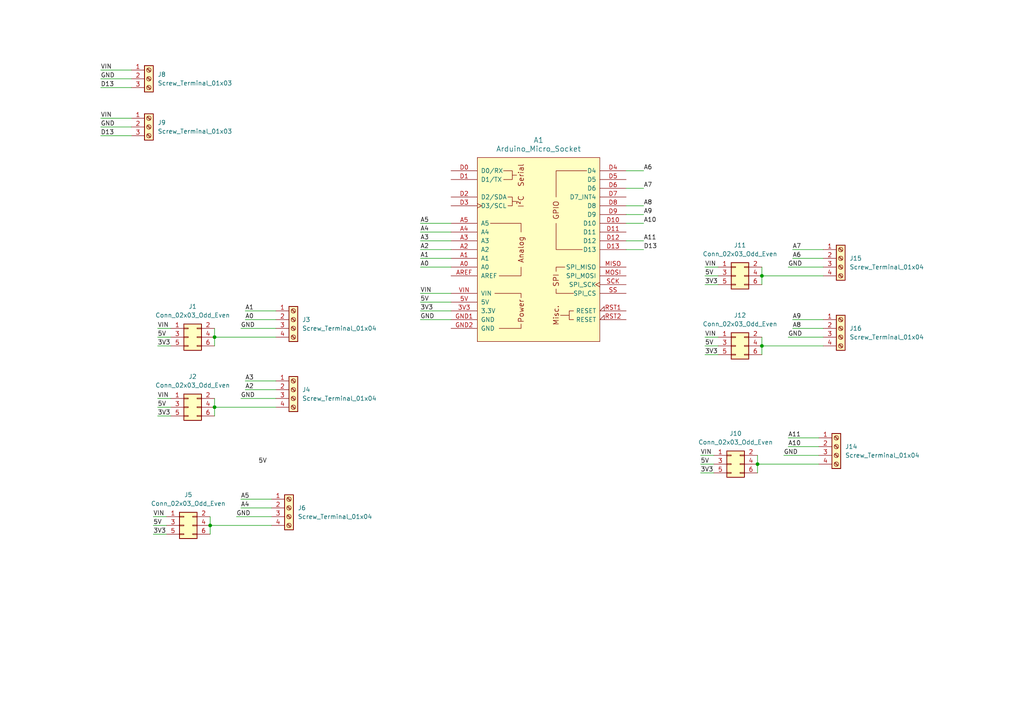
<source format=kicad_sch>
(kicad_sch
	(version 20231120)
	(generator "eeschema")
	(generator_version "8.0")
	(uuid "91dda452-9985-4be5-905c-71f5be143fcf")
	(paper "A4")
	(title_block
		(title "A2SDI12")
		(date "2024-12-21")
		(rev "1")
	)
	(lib_symbols
		(symbol "Connector:Screw_Terminal_01x03"
			(pin_names
				(offset 1.016) hide)
			(exclude_from_sim no)
			(in_bom yes)
			(on_board yes)
			(property "Reference" "J"
				(at 0 5.08 0)
				(effects
					(font
						(size 1.27 1.27)
					)
				)
			)
			(property "Value" "Screw_Terminal_01x03"
				(at 0 -5.08 0)
				(effects
					(font
						(size 1.27 1.27)
					)
				)
			)
			(property "Footprint" ""
				(at 0 0 0)
				(effects
					(font
						(size 1.27 1.27)
					)
					(hide yes)
				)
			)
			(property "Datasheet" "~"
				(at 0 0 0)
				(effects
					(font
						(size 1.27 1.27)
					)
					(hide yes)
				)
			)
			(property "Description" "Generic screw terminal, single row, 01x03, script generated (kicad-library-utils/schlib/autogen/connector/)"
				(at 0 0 0)
				(effects
					(font
						(size 1.27 1.27)
					)
					(hide yes)
				)
			)
			(property "ki_keywords" "screw terminal"
				(at 0 0 0)
				(effects
					(font
						(size 1.27 1.27)
					)
					(hide yes)
				)
			)
			(property "ki_fp_filters" "TerminalBlock*:*"
				(at 0 0 0)
				(effects
					(font
						(size 1.27 1.27)
					)
					(hide yes)
				)
			)
			(symbol "Screw_Terminal_01x03_1_1"
				(rectangle
					(start -1.27 3.81)
					(end 1.27 -3.81)
					(stroke
						(width 0.254)
						(type default)
					)
					(fill
						(type background)
					)
				)
				(circle
					(center 0 -2.54)
					(radius 0.635)
					(stroke
						(width 0.1524)
						(type default)
					)
					(fill
						(type none)
					)
				)
				(polyline
					(pts
						(xy -0.5334 -2.2098) (xy 0.3302 -3.048)
					)
					(stroke
						(width 0.1524)
						(type default)
					)
					(fill
						(type none)
					)
				)
				(polyline
					(pts
						(xy -0.5334 0.3302) (xy 0.3302 -0.508)
					)
					(stroke
						(width 0.1524)
						(type default)
					)
					(fill
						(type none)
					)
				)
				(polyline
					(pts
						(xy -0.5334 2.8702) (xy 0.3302 2.032)
					)
					(stroke
						(width 0.1524)
						(type default)
					)
					(fill
						(type none)
					)
				)
				(polyline
					(pts
						(xy -0.3556 -2.032) (xy 0.508 -2.8702)
					)
					(stroke
						(width 0.1524)
						(type default)
					)
					(fill
						(type none)
					)
				)
				(polyline
					(pts
						(xy -0.3556 0.508) (xy 0.508 -0.3302)
					)
					(stroke
						(width 0.1524)
						(type default)
					)
					(fill
						(type none)
					)
				)
				(polyline
					(pts
						(xy -0.3556 3.048) (xy 0.508 2.2098)
					)
					(stroke
						(width 0.1524)
						(type default)
					)
					(fill
						(type none)
					)
				)
				(circle
					(center 0 0)
					(radius 0.635)
					(stroke
						(width 0.1524)
						(type default)
					)
					(fill
						(type none)
					)
				)
				(circle
					(center 0 2.54)
					(radius 0.635)
					(stroke
						(width 0.1524)
						(type default)
					)
					(fill
						(type none)
					)
				)
				(pin passive line
					(at -5.08 2.54 0)
					(length 3.81)
					(name "Pin_1"
						(effects
							(font
								(size 1.27 1.27)
							)
						)
					)
					(number "1"
						(effects
							(font
								(size 1.27 1.27)
							)
						)
					)
				)
				(pin passive line
					(at -5.08 0 0)
					(length 3.81)
					(name "Pin_2"
						(effects
							(font
								(size 1.27 1.27)
							)
						)
					)
					(number "2"
						(effects
							(font
								(size 1.27 1.27)
							)
						)
					)
				)
				(pin passive line
					(at -5.08 -2.54 0)
					(length 3.81)
					(name "Pin_3"
						(effects
							(font
								(size 1.27 1.27)
							)
						)
					)
					(number "3"
						(effects
							(font
								(size 1.27 1.27)
							)
						)
					)
				)
			)
		)
		(symbol "Connector:Screw_Terminal_01x04"
			(pin_names
				(offset 1.016) hide)
			(exclude_from_sim no)
			(in_bom yes)
			(on_board yes)
			(property "Reference" "J"
				(at 0 5.08 0)
				(effects
					(font
						(size 1.27 1.27)
					)
				)
			)
			(property "Value" "Screw_Terminal_01x04"
				(at 0 -7.62 0)
				(effects
					(font
						(size 1.27 1.27)
					)
				)
			)
			(property "Footprint" ""
				(at 0 0 0)
				(effects
					(font
						(size 1.27 1.27)
					)
					(hide yes)
				)
			)
			(property "Datasheet" "~"
				(at 0 0 0)
				(effects
					(font
						(size 1.27 1.27)
					)
					(hide yes)
				)
			)
			(property "Description" "Generic screw terminal, single row, 01x04, script generated (kicad-library-utils/schlib/autogen/connector/)"
				(at 0 0 0)
				(effects
					(font
						(size 1.27 1.27)
					)
					(hide yes)
				)
			)
			(property "ki_keywords" "screw terminal"
				(at 0 0 0)
				(effects
					(font
						(size 1.27 1.27)
					)
					(hide yes)
				)
			)
			(property "ki_fp_filters" "TerminalBlock*:*"
				(at 0 0 0)
				(effects
					(font
						(size 1.27 1.27)
					)
					(hide yes)
				)
			)
			(symbol "Screw_Terminal_01x04_1_1"
				(rectangle
					(start -1.27 3.81)
					(end 1.27 -6.35)
					(stroke
						(width 0.254)
						(type default)
					)
					(fill
						(type background)
					)
				)
				(circle
					(center 0 -5.08)
					(radius 0.635)
					(stroke
						(width 0.1524)
						(type default)
					)
					(fill
						(type none)
					)
				)
				(circle
					(center 0 -2.54)
					(radius 0.635)
					(stroke
						(width 0.1524)
						(type default)
					)
					(fill
						(type none)
					)
				)
				(polyline
					(pts
						(xy -0.5334 -4.7498) (xy 0.3302 -5.588)
					)
					(stroke
						(width 0.1524)
						(type default)
					)
					(fill
						(type none)
					)
				)
				(polyline
					(pts
						(xy -0.5334 -2.2098) (xy 0.3302 -3.048)
					)
					(stroke
						(width 0.1524)
						(type default)
					)
					(fill
						(type none)
					)
				)
				(polyline
					(pts
						(xy -0.5334 0.3302) (xy 0.3302 -0.508)
					)
					(stroke
						(width 0.1524)
						(type default)
					)
					(fill
						(type none)
					)
				)
				(polyline
					(pts
						(xy -0.5334 2.8702) (xy 0.3302 2.032)
					)
					(stroke
						(width 0.1524)
						(type default)
					)
					(fill
						(type none)
					)
				)
				(polyline
					(pts
						(xy -0.3556 -4.572) (xy 0.508 -5.4102)
					)
					(stroke
						(width 0.1524)
						(type default)
					)
					(fill
						(type none)
					)
				)
				(polyline
					(pts
						(xy -0.3556 -2.032) (xy 0.508 -2.8702)
					)
					(stroke
						(width 0.1524)
						(type default)
					)
					(fill
						(type none)
					)
				)
				(polyline
					(pts
						(xy -0.3556 0.508) (xy 0.508 -0.3302)
					)
					(stroke
						(width 0.1524)
						(type default)
					)
					(fill
						(type none)
					)
				)
				(polyline
					(pts
						(xy -0.3556 3.048) (xy 0.508 2.2098)
					)
					(stroke
						(width 0.1524)
						(type default)
					)
					(fill
						(type none)
					)
				)
				(circle
					(center 0 0)
					(radius 0.635)
					(stroke
						(width 0.1524)
						(type default)
					)
					(fill
						(type none)
					)
				)
				(circle
					(center 0 2.54)
					(radius 0.635)
					(stroke
						(width 0.1524)
						(type default)
					)
					(fill
						(type none)
					)
				)
				(pin passive line
					(at -5.08 2.54 0)
					(length 3.81)
					(name "Pin_1"
						(effects
							(font
								(size 1.27 1.27)
							)
						)
					)
					(number "1"
						(effects
							(font
								(size 1.27 1.27)
							)
						)
					)
				)
				(pin passive line
					(at -5.08 0 0)
					(length 3.81)
					(name "Pin_2"
						(effects
							(font
								(size 1.27 1.27)
							)
						)
					)
					(number "2"
						(effects
							(font
								(size 1.27 1.27)
							)
						)
					)
				)
				(pin passive line
					(at -5.08 -2.54 0)
					(length 3.81)
					(name "Pin_3"
						(effects
							(font
								(size 1.27 1.27)
							)
						)
					)
					(number "3"
						(effects
							(font
								(size 1.27 1.27)
							)
						)
					)
				)
				(pin passive line
					(at -5.08 -5.08 0)
					(length 3.81)
					(name "Pin_4"
						(effects
							(font
								(size 1.27 1.27)
							)
						)
					)
					(number "4"
						(effects
							(font
								(size 1.27 1.27)
							)
						)
					)
				)
			)
		)
		(symbol "Connector_Generic:Conn_02x03_Odd_Even"
			(pin_names
				(offset 1.016) hide)
			(exclude_from_sim no)
			(in_bom yes)
			(on_board yes)
			(property "Reference" "J"
				(at 1.27 5.08 0)
				(effects
					(font
						(size 1.27 1.27)
					)
				)
			)
			(property "Value" "Conn_02x03_Odd_Even"
				(at 1.27 -5.08 0)
				(effects
					(font
						(size 1.27 1.27)
					)
				)
			)
			(property "Footprint" ""
				(at 0 0 0)
				(effects
					(font
						(size 1.27 1.27)
					)
					(hide yes)
				)
			)
			(property "Datasheet" "~"
				(at 0 0 0)
				(effects
					(font
						(size 1.27 1.27)
					)
					(hide yes)
				)
			)
			(property "Description" "Generic connector, double row, 02x03, odd/even pin numbering scheme (row 1 odd numbers, row 2 even numbers), script generated (kicad-library-utils/schlib/autogen/connector/)"
				(at 0 0 0)
				(effects
					(font
						(size 1.27 1.27)
					)
					(hide yes)
				)
			)
			(property "ki_keywords" "connector"
				(at 0 0 0)
				(effects
					(font
						(size 1.27 1.27)
					)
					(hide yes)
				)
			)
			(property "ki_fp_filters" "Connector*:*_2x??_*"
				(at 0 0 0)
				(effects
					(font
						(size 1.27 1.27)
					)
					(hide yes)
				)
			)
			(symbol "Conn_02x03_Odd_Even_1_1"
				(rectangle
					(start -1.27 -2.413)
					(end 0 -2.667)
					(stroke
						(width 0.1524)
						(type default)
					)
					(fill
						(type none)
					)
				)
				(rectangle
					(start -1.27 0.127)
					(end 0 -0.127)
					(stroke
						(width 0.1524)
						(type default)
					)
					(fill
						(type none)
					)
				)
				(rectangle
					(start -1.27 2.667)
					(end 0 2.413)
					(stroke
						(width 0.1524)
						(type default)
					)
					(fill
						(type none)
					)
				)
				(rectangle
					(start -1.27 3.81)
					(end 3.81 -3.81)
					(stroke
						(width 0.254)
						(type default)
					)
					(fill
						(type background)
					)
				)
				(rectangle
					(start 3.81 -2.413)
					(end 2.54 -2.667)
					(stroke
						(width 0.1524)
						(type default)
					)
					(fill
						(type none)
					)
				)
				(rectangle
					(start 3.81 0.127)
					(end 2.54 -0.127)
					(stroke
						(width 0.1524)
						(type default)
					)
					(fill
						(type none)
					)
				)
				(rectangle
					(start 3.81 2.667)
					(end 2.54 2.413)
					(stroke
						(width 0.1524)
						(type default)
					)
					(fill
						(type none)
					)
				)
				(pin passive line
					(at -5.08 2.54 0)
					(length 3.81)
					(name "Pin_1"
						(effects
							(font
								(size 1.27 1.27)
							)
						)
					)
					(number "1"
						(effects
							(font
								(size 1.27 1.27)
							)
						)
					)
				)
				(pin passive line
					(at 7.62 2.54 180)
					(length 3.81)
					(name "Pin_2"
						(effects
							(font
								(size 1.27 1.27)
							)
						)
					)
					(number "2"
						(effects
							(font
								(size 1.27 1.27)
							)
						)
					)
				)
				(pin passive line
					(at -5.08 0 0)
					(length 3.81)
					(name "Pin_3"
						(effects
							(font
								(size 1.27 1.27)
							)
						)
					)
					(number "3"
						(effects
							(font
								(size 1.27 1.27)
							)
						)
					)
				)
				(pin passive line
					(at 7.62 0 180)
					(length 3.81)
					(name "Pin_4"
						(effects
							(font
								(size 1.27 1.27)
							)
						)
					)
					(number "4"
						(effects
							(font
								(size 1.27 1.27)
							)
						)
					)
				)
				(pin passive line
					(at -5.08 -2.54 0)
					(length 3.81)
					(name "Pin_5"
						(effects
							(font
								(size 1.27 1.27)
							)
						)
					)
					(number "5"
						(effects
							(font
								(size 1.27 1.27)
							)
						)
					)
				)
				(pin passive line
					(at 7.62 -2.54 180)
					(length 3.81)
					(name "Pin_6"
						(effects
							(font
								(size 1.27 1.27)
							)
						)
					)
					(number "6"
						(effects
							(font
								(size 1.27 1.27)
							)
						)
					)
				)
			)
		)
		(symbol "PCM_arduino-library:Arduino_Micro_Socket"
			(pin_names
				(offset 1.016)
			)
			(exclude_from_sim no)
			(in_bom yes)
			(on_board yes)
			(property "Reference" "A"
				(at 0 33.02 0)
				(effects
					(font
						(size 1.524 1.524)
					)
				)
			)
			(property "Value" "Arduino_Micro_Socket"
				(at 0 29.21 0)
				(effects
					(font
						(size 1.524 1.524)
					)
				)
			)
			(property "Footprint" "PCM_arduino-library:Arduino_Micro_Socket"
				(at 0 -34.29 0)
				(effects
					(font
						(size 1.524 1.524)
					)
					(hide yes)
				)
			)
			(property "Datasheet" "https://docs.arduino.cc/hardware/micro"
				(at 0 -30.48 0)
				(effects
					(font
						(size 1.524 1.524)
					)
					(hide yes)
				)
			)
			(property "Description" "Socket for Arduino Micro"
				(at 0 0 0)
				(effects
					(font
						(size 1.27 1.27)
					)
					(hide yes)
				)
			)
			(property "ki_keywords" "Arduino MPU Shield"
				(at 0 0 0)
				(effects
					(font
						(size 1.27 1.27)
					)
					(hide yes)
				)
			)
			(property "ki_fp_filters" "Arduino_Micro_Socket"
				(at 0 0 0)
				(effects
					(font
						(size 1.27 1.27)
					)
					(hide yes)
				)
			)
			(symbol "Arduino_Micro_Socket_0_0"
				(rectangle
					(start -17.78 26.67)
					(end 17.78 -26.67)
					(stroke
						(width 0)
						(type default)
					)
					(fill
						(type background)
					)
				)
				(polyline
					(pts
						(xy -7.62 13.97) (xy -6.35 13.97)
					)
					(stroke
						(width 0)
						(type default)
					)
					(fill
						(type none)
					)
				)
				(polyline
					(pts
						(xy -7.62 21.59) (xy -6.35 21.59)
					)
					(stroke
						(width 0)
						(type default)
					)
					(fill
						(type none)
					)
				)
				(polyline
					(pts
						(xy 8.89 -19.05) (xy 6.35 -19.05)
					)
					(stroke
						(width 0)
						(type default)
					)
					(fill
						(type none)
					)
				)
				(polyline
					(pts
						(xy -11.43 -22.86) (xy -5.08 -22.86) (xy -5.08 -21.59)
					)
					(stroke
						(width 0)
						(type default)
					)
					(fill
						(type none)
					)
				)
				(polyline
					(pts
						(xy -5.08 -13.97) (xy -5.08 -12.7) (xy -12.7 -12.7)
					)
					(stroke
						(width 0)
						(type default)
					)
					(fill
						(type none)
					)
				)
				(polyline
					(pts
						(xy -5.08 -5.08) (xy -5.08 -7.62) (xy -11.43 -7.62)
					)
					(stroke
						(width 0)
						(type default)
					)
					(fill
						(type none)
					)
				)
				(polyline
					(pts
						(xy -5.08 5.08) (xy -5.08 7.62) (xy -13.97 7.62)
					)
					(stroke
						(width 0)
						(type default)
					)
					(fill
						(type none)
					)
				)
				(polyline
					(pts
						(xy 5.08 -11.43) (xy 5.08 -12.7) (xy 10.16 -12.7)
					)
					(stroke
						(width 0)
						(type default)
					)
					(fill
						(type none)
					)
				)
				(polyline
					(pts
						(xy 5.08 7.62) (xy 5.08 0) (xy 12.7 0)
					)
					(stroke
						(width 0)
						(type default)
					)
					(fill
						(type none)
					)
				)
				(polyline
					(pts
						(xy 7.62 -5.08) (xy 5.08 -5.08) (xy 5.08 -6.35)
					)
					(stroke
						(width 0)
						(type default)
					)
					(fill
						(type none)
					)
				)
				(polyline
					(pts
						(xy 13.97 22.86) (xy 5.08 22.86) (xy 5.08 15.24)
					)
					(stroke
						(width 0)
						(type default)
					)
					(fill
						(type none)
					)
				)
				(polyline
					(pts
						(xy -10.16 22.86) (xy -7.62 22.86) (xy -7.62 20.32) (xy -10.16 20.32)
					)
					(stroke
						(width 0)
						(type default)
					)
					(fill
						(type none)
					)
				)
				(polyline
					(pts
						(xy -8.89 15.24) (xy -7.62 15.24) (xy -7.62 12.7) (xy -8.89 12.7)
					)
					(stroke
						(width 0)
						(type default)
					)
					(fill
						(type none)
					)
				)
				(text "Analog"
					(at -5.08 0 900)
					(effects
						(font
							(size 1.524 1.524)
						)
					)
				)
				(text "I²C"
					(at -5.08 13.97 900)
					(effects
						(font
							(size 1.524 1.524)
						)
					)
				)
				(text "Misc."
					(at 5.08 -19.05 900)
					(effects
						(font
							(size 1.524 1.524)
						)
					)
				)
				(text "Power"
					(at -5.08 -17.78 900)
					(effects
						(font
							(size 1.524 1.524)
						)
					)
				)
				(text "Serial"
					(at -5.08 21.59 900)
					(effects
						(font
							(size 1.524 1.524)
						)
					)
				)
				(text "SPI"
					(at 5.08 -8.89 900)
					(effects
						(font
							(size 1.524 1.524)
						)
					)
				)
			)
			(symbol "Arduino_Micro_Socket_0_1"
				(polyline
					(pts
						(xy 10.16 -17.78) (xy 8.89 -17.78) (xy 8.89 -20.32) (xy 10.16 -20.32)
					)
					(stroke
						(width 0)
						(type default)
					)
					(fill
						(type none)
					)
				)
			)
			(symbol "Arduino_Micro_Socket_1_0"
				(text "GPIO"
					(at 5.08 11.43 900)
					(effects
						(font
							(size 1.524 1.524)
						)
					)
				)
			)
			(symbol "Arduino_Micro_Socket_1_1"
				(pin power_out line
					(at -25.4 -17.78 0)
					(length 7.62)
					(name "3.3V"
						(effects
							(font
								(size 1.27 1.27)
							)
						)
					)
					(number "3V3"
						(effects
							(font
								(size 1.27 1.27)
							)
						)
					)
				)
				(pin power_in line
					(at -25.4 -15.24 0)
					(length 7.62)
					(name "5V"
						(effects
							(font
								(size 1.27 1.27)
							)
						)
					)
					(number "5V"
						(effects
							(font
								(size 1.27 1.27)
							)
						)
					)
				)
				(pin bidirectional line
					(at -25.4 -5.08 0)
					(length 7.62)
					(name "A0"
						(effects
							(font
								(size 1.27 1.27)
							)
						)
					)
					(number "A0"
						(effects
							(font
								(size 1.27 1.27)
							)
						)
					)
				)
				(pin bidirectional line
					(at -25.4 -2.54 0)
					(length 7.62)
					(name "A1"
						(effects
							(font
								(size 1.27 1.27)
							)
						)
					)
					(number "A1"
						(effects
							(font
								(size 1.27 1.27)
							)
						)
					)
				)
				(pin bidirectional line
					(at -25.4 0 0)
					(length 7.62)
					(name "A2"
						(effects
							(font
								(size 1.27 1.27)
							)
						)
					)
					(number "A2"
						(effects
							(font
								(size 1.27 1.27)
							)
						)
					)
				)
				(pin bidirectional line
					(at -25.4 2.54 0)
					(length 7.62)
					(name "A3"
						(effects
							(font
								(size 1.27 1.27)
							)
						)
					)
					(number "A3"
						(effects
							(font
								(size 1.27 1.27)
							)
						)
					)
				)
				(pin bidirectional line
					(at -25.4 5.08 0)
					(length 7.62)
					(name "A4"
						(effects
							(font
								(size 1.27 1.27)
							)
						)
					)
					(number "A4"
						(effects
							(font
								(size 1.27 1.27)
							)
						)
					)
				)
				(pin bidirectional line
					(at -25.4 7.62 0)
					(length 7.62)
					(name "A5"
						(effects
							(font
								(size 1.27 1.27)
							)
						)
					)
					(number "A5"
						(effects
							(font
								(size 1.27 1.27)
							)
						)
					)
				)
				(pin input line
					(at -25.4 -7.62 0)
					(length 7.62)
					(name "AREF"
						(effects
							(font
								(size 1.27 1.27)
							)
						)
					)
					(number "AREF"
						(effects
							(font
								(size 1.27 1.27)
							)
						)
					)
				)
				(pin bidirectional line
					(at -25.4 22.86 0)
					(length 7.62)
					(name "D0/RX"
						(effects
							(font
								(size 1.27 1.27)
							)
						)
					)
					(number "D0"
						(effects
							(font
								(size 1.27 1.27)
							)
						)
					)
				)
				(pin bidirectional line
					(at -25.4 20.32 0)
					(length 7.62)
					(name "D1/TX"
						(effects
							(font
								(size 1.27 1.27)
							)
						)
					)
					(number "D1"
						(effects
							(font
								(size 1.27 1.27)
							)
						)
					)
				)
				(pin bidirectional line
					(at 25.4 7.62 180)
					(length 7.62)
					(name "D10"
						(effects
							(font
								(size 1.27 1.27)
							)
						)
					)
					(number "D10"
						(effects
							(font
								(size 1.27 1.27)
							)
						)
					)
				)
				(pin bidirectional line
					(at 25.4 5.08 180)
					(length 7.62)
					(name "D11"
						(effects
							(font
								(size 1.27 1.27)
							)
						)
					)
					(number "D11"
						(effects
							(font
								(size 1.27 1.27)
							)
						)
					)
				)
				(pin bidirectional line
					(at 25.4 2.54 180)
					(length 7.62)
					(name "D12"
						(effects
							(font
								(size 1.27 1.27)
							)
						)
					)
					(number "D12"
						(effects
							(font
								(size 1.27 1.27)
							)
						)
					)
				)
				(pin bidirectional line
					(at 25.4 0 180)
					(length 7.62)
					(name "D13"
						(effects
							(font
								(size 1.27 1.27)
							)
						)
					)
					(number "D13"
						(effects
							(font
								(size 1.27 1.27)
							)
						)
					)
				)
				(pin bidirectional line
					(at -25.4 15.24 0)
					(length 7.62)
					(name "D2/SDA"
						(effects
							(font
								(size 1.27 1.27)
							)
						)
					)
					(number "D2"
						(effects
							(font
								(size 1.27 1.27)
							)
						)
					)
				)
				(pin bidirectional clock
					(at -25.4 12.7 0)
					(length 7.62)
					(name "D3/SCL"
						(effects
							(font
								(size 1.27 1.27)
							)
						)
					)
					(number "D3"
						(effects
							(font
								(size 1.27 1.27)
							)
						)
					)
				)
				(pin bidirectional line
					(at 25.4 22.86 180)
					(length 7.62)
					(name "D4"
						(effects
							(font
								(size 1.27 1.27)
							)
						)
					)
					(number "D4"
						(effects
							(font
								(size 1.27 1.27)
							)
						)
					)
				)
				(pin bidirectional line
					(at 25.4 20.32 180)
					(length 7.62)
					(name "D5"
						(effects
							(font
								(size 1.27 1.27)
							)
						)
					)
					(number "D5"
						(effects
							(font
								(size 1.27 1.27)
							)
						)
					)
				)
				(pin bidirectional line
					(at 25.4 17.78 180)
					(length 7.62)
					(name "D6"
						(effects
							(font
								(size 1.27 1.27)
							)
						)
					)
					(number "D6"
						(effects
							(font
								(size 1.27 1.27)
							)
						)
					)
				)
				(pin bidirectional line
					(at 25.4 15.24 180)
					(length 7.62)
					(name "D7_INT4"
						(effects
							(font
								(size 1.27 1.27)
							)
						)
					)
					(number "D7"
						(effects
							(font
								(size 1.27 1.27)
							)
						)
					)
				)
				(pin bidirectional line
					(at 25.4 12.7 180)
					(length 7.62)
					(name "D8"
						(effects
							(font
								(size 1.27 1.27)
							)
						)
					)
					(number "D8"
						(effects
							(font
								(size 1.27 1.27)
							)
						)
					)
				)
				(pin bidirectional line
					(at 25.4 10.16 180)
					(length 7.62)
					(name "D9"
						(effects
							(font
								(size 1.27 1.27)
							)
						)
					)
					(number "D9"
						(effects
							(font
								(size 1.27 1.27)
							)
						)
					)
				)
				(pin power_in line
					(at -25.4 -20.32 0)
					(length 7.62)
					(name "GND"
						(effects
							(font
								(size 1.27 1.27)
							)
						)
					)
					(number "GND1"
						(effects
							(font
								(size 1.27 1.27)
							)
						)
					)
				)
				(pin power_in line
					(at -25.4 -22.86 0)
					(length 7.62)
					(name "GND"
						(effects
							(font
								(size 1.27 1.27)
							)
						)
					)
					(number "GND2"
						(effects
							(font
								(size 1.27 1.27)
							)
						)
					)
				)
				(pin input line
					(at 25.4 -5.08 180)
					(length 7.62)
					(name "SPI_MISO"
						(effects
							(font
								(size 1.27 1.27)
							)
						)
					)
					(number "MISO"
						(effects
							(font
								(size 1.27 1.27)
							)
						)
					)
				)
				(pin output line
					(at 25.4 -7.62 180)
					(length 7.62)
					(name "SPI_MOSI"
						(effects
							(font
								(size 1.27 1.27)
							)
						)
					)
					(number "MOSI"
						(effects
							(font
								(size 1.27 1.27)
							)
						)
					)
				)
				(pin open_collector input_low
					(at 25.4 -17.78 180)
					(length 7.62)
					(name "RESET"
						(effects
							(font
								(size 1.27 1.27)
							)
						)
					)
					(number "RST1"
						(effects
							(font
								(size 1.27 1.27)
							)
						)
					)
				)
				(pin open_collector input_low
					(at 25.4 -20.32 180)
					(length 7.62)
					(name "RESET"
						(effects
							(font
								(size 1.27 1.27)
							)
						)
					)
					(number "RST2"
						(effects
							(font
								(size 1.27 1.27)
							)
						)
					)
				)
				(pin output clock
					(at 25.4 -10.16 180)
					(length 7.62)
					(name "SPI_SCK"
						(effects
							(font
								(size 1.27 1.27)
							)
						)
					)
					(number "SCK"
						(effects
							(font
								(size 1.27 1.27)
							)
						)
					)
				)
				(pin bidirectional line
					(at 25.4 -12.7 180)
					(length 7.62)
					(name "SPI_CS"
						(effects
							(font
								(size 1.27 1.27)
							)
						)
					)
					(number "SS"
						(effects
							(font
								(size 1.27 1.27)
							)
						)
					)
				)
				(pin power_in line
					(at -25.4 -12.7 0)
					(length 7.62)
					(name "VIN"
						(effects
							(font
								(size 1.27 1.27)
							)
						)
					)
					(number "VIN"
						(effects
							(font
								(size 1.27 1.27)
							)
						)
					)
				)
			)
		)
	)
	(junction
		(at 62.23 97.79)
		(diameter 0)
		(color 0 0 0 0)
		(uuid "23bbfb94-9f76-4232-bc5e-f76e8d636d7d")
	)
	(junction
		(at 60.96 152.4)
		(diameter 0)
		(color 0 0 0 0)
		(uuid "30ef55f9-4e13-45cc-9df7-ead5772e9458")
	)
	(junction
		(at 62.23 118.11)
		(diameter 0)
		(color 0 0 0 0)
		(uuid "4d834e8c-00ae-4af8-b7c4-bacb65f51504")
	)
	(junction
		(at 219.71 134.62)
		(diameter 0)
		(color 0 0 0 0)
		(uuid "6b9c7969-f198-4ad6-b725-5331ecdc97e5")
	)
	(junction
		(at 220.98 100.33)
		(diameter 0)
		(color 0 0 0 0)
		(uuid "6d33f2f7-a8a3-4d09-967e-20ac17cde4d6")
	)
	(junction
		(at 220.98 80.01)
		(diameter 0)
		(color 0 0 0 0)
		(uuid "eaff4562-da56-48c8-bb9b-16a1f39a728f")
	)
	(wire
		(pts
			(xy 44.45 154.94) (xy 48.26 154.94)
		)
		(stroke
			(width 0)
			(type default)
		)
		(uuid "080e023d-a2a5-4664-96d9-5e72250b6c2c")
	)
	(wire
		(pts
			(xy 69.85 144.78) (xy 78.74 144.78)
		)
		(stroke
			(width 0)
			(type default)
		)
		(uuid "0c584725-61cd-4d1b-9b29-092e8a311d53")
	)
	(wire
		(pts
			(xy 69.85 95.25) (xy 80.01 95.25)
		)
		(stroke
			(width 0)
			(type default)
		)
		(uuid "10aca49f-4755-405b-b8ac-d8033519da23")
	)
	(wire
		(pts
			(xy 121.92 90.17) (xy 130.81 90.17)
		)
		(stroke
			(width 0)
			(type default)
		)
		(uuid "128c43fb-01ba-469e-be7c-ba0c00fc6fbb")
	)
	(wire
		(pts
			(xy 220.98 97.79) (xy 220.98 100.33)
		)
		(stroke
			(width 0)
			(type default)
		)
		(uuid "171c866c-ac34-49e2-803e-7f3dae253697")
	)
	(wire
		(pts
			(xy 181.61 49.53) (xy 186.69 49.53)
		)
		(stroke
			(width 0)
			(type default)
		)
		(uuid "1846d8ec-5002-407f-9f4c-61042deeb0ad")
	)
	(wire
		(pts
			(xy 71.12 92.71) (xy 80.01 92.71)
		)
		(stroke
			(width 0)
			(type default)
		)
		(uuid "1dc45fb0-5054-40f9-ab38-1ba2182d61ad")
	)
	(wire
		(pts
			(xy 181.61 62.23) (xy 186.69 62.23)
		)
		(stroke
			(width 0)
			(type default)
		)
		(uuid "26cc0ef9-399a-4671-840d-5c2162bd34d9")
	)
	(wire
		(pts
			(xy 45.72 118.11) (xy 49.53 118.11)
		)
		(stroke
			(width 0)
			(type default)
		)
		(uuid "2ec35c8f-c7d7-437c-b4cc-a203b5a20539")
	)
	(wire
		(pts
			(xy 121.92 92.71) (xy 130.81 92.71)
		)
		(stroke
			(width 0)
			(type default)
		)
		(uuid "33979fc5-e8b6-45ef-a14b-2e9c836f0e97")
	)
	(wire
		(pts
			(xy 181.61 54.61) (xy 186.69 54.61)
		)
		(stroke
			(width 0)
			(type default)
		)
		(uuid "341b174c-13f4-4da6-930a-aa20812f1c95")
	)
	(wire
		(pts
			(xy 228.6 97.79) (xy 238.76 97.79)
		)
		(stroke
			(width 0)
			(type default)
		)
		(uuid "37f515d4-fe51-4c4b-a00e-e82923bd124c")
	)
	(wire
		(pts
			(xy 220.98 100.33) (xy 220.98 102.87)
		)
		(stroke
			(width 0)
			(type default)
		)
		(uuid "386c6387-b803-4d8c-8caa-b510d6c3ffff")
	)
	(wire
		(pts
			(xy 227.33 132.08) (xy 237.49 132.08)
		)
		(stroke
			(width 0)
			(type default)
		)
		(uuid "43c97a93-8562-4d4f-a073-a2f4285e5d21")
	)
	(wire
		(pts
			(xy 121.92 72.39) (xy 130.81 72.39)
		)
		(stroke
			(width 0)
			(type default)
		)
		(uuid "43d901af-f0c0-4a81-9247-f0ab68faec73")
	)
	(wire
		(pts
			(xy 219.71 134.62) (xy 237.49 134.62)
		)
		(stroke
			(width 0)
			(type default)
		)
		(uuid "4457b0b3-778d-4057-ba15-ab8b7ed9154d")
	)
	(wire
		(pts
			(xy 45.72 95.25) (xy 49.53 95.25)
		)
		(stroke
			(width 0)
			(type default)
		)
		(uuid "450a9970-fb62-46c9-8551-eb62793e8413")
	)
	(wire
		(pts
			(xy 229.87 95.25) (xy 238.76 95.25)
		)
		(stroke
			(width 0)
			(type default)
		)
		(uuid "4a381c17-8837-4b22-a1d7-00ed4021ab7b")
	)
	(wire
		(pts
			(xy 203.2 132.08) (xy 207.01 132.08)
		)
		(stroke
			(width 0)
			(type default)
		)
		(uuid "4a64b27b-8089-4a8b-922b-2487fe7a369e")
	)
	(wire
		(pts
			(xy 121.92 74.93) (xy 130.81 74.93)
		)
		(stroke
			(width 0)
			(type default)
		)
		(uuid "4adc483a-ceca-41d3-bc7b-a9bf2dfd3b99")
	)
	(wire
		(pts
			(xy 220.98 80.01) (xy 238.76 80.01)
		)
		(stroke
			(width 0)
			(type default)
		)
		(uuid "4faaf475-3380-4f76-96df-6ba518ecee9e")
	)
	(wire
		(pts
			(xy 60.96 149.86) (xy 60.96 152.4)
		)
		(stroke
			(width 0)
			(type default)
		)
		(uuid "505f0e51-0384-4f65-90bc-e490f470978e")
	)
	(wire
		(pts
			(xy 181.61 69.85) (xy 186.69 69.85)
		)
		(stroke
			(width 0)
			(type default)
		)
		(uuid "568af479-1f01-4711-866b-6c9d4a3ac4a7")
	)
	(wire
		(pts
			(xy 29.21 25.4) (xy 38.1 25.4)
		)
		(stroke
			(width 0)
			(type default)
		)
		(uuid "61480beb-a64d-48c6-928c-d35b42c07743")
	)
	(wire
		(pts
			(xy 60.96 152.4) (xy 78.74 152.4)
		)
		(stroke
			(width 0)
			(type default)
		)
		(uuid "65ef9d83-2f7c-452c-b248-2919852cc604")
	)
	(wire
		(pts
			(xy 181.61 59.69) (xy 186.69 59.69)
		)
		(stroke
			(width 0)
			(type default)
		)
		(uuid "6631b468-58e0-4114-9260-26088f141e38")
	)
	(wire
		(pts
			(xy 204.47 97.79) (xy 208.28 97.79)
		)
		(stroke
			(width 0)
			(type default)
		)
		(uuid "6866cfc4-f8db-4e47-b8af-ed36ed7f56fb")
	)
	(wire
		(pts
			(xy 29.21 39.37) (xy 38.1 39.37)
		)
		(stroke
			(width 0)
			(type default)
		)
		(uuid "698875ad-fc7e-4648-b117-bc36f3457f08")
	)
	(wire
		(pts
			(xy 62.23 95.25) (xy 62.23 97.79)
		)
		(stroke
			(width 0)
			(type default)
		)
		(uuid "6ab2588a-806b-4e11-895a-13bd87ad06bd")
	)
	(wire
		(pts
			(xy 204.47 100.33) (xy 208.28 100.33)
		)
		(stroke
			(width 0)
			(type default)
		)
		(uuid "6bc250d2-16f7-4796-81ea-2efff3355ec6")
	)
	(wire
		(pts
			(xy 121.92 87.63) (xy 130.81 87.63)
		)
		(stroke
			(width 0)
			(type default)
		)
		(uuid "6cefc543-a929-4829-99d1-1251997415cc")
	)
	(wire
		(pts
			(xy 121.92 67.31) (xy 130.81 67.31)
		)
		(stroke
			(width 0)
			(type default)
		)
		(uuid "6eca985b-0897-4fa4-9429-4708cca02054")
	)
	(wire
		(pts
			(xy 44.45 149.86) (xy 48.26 149.86)
		)
		(stroke
			(width 0)
			(type default)
		)
		(uuid "7c461702-267d-43a9-b459-a2b6efab16ad")
	)
	(wire
		(pts
			(xy 62.23 118.11) (xy 80.01 118.11)
		)
		(stroke
			(width 0)
			(type default)
		)
		(uuid "7d0da0b0-78d3-4a50-bf2e-b7c3d94f6c0b")
	)
	(wire
		(pts
			(xy 62.23 115.57) (xy 62.23 118.11)
		)
		(stroke
			(width 0)
			(type default)
		)
		(uuid "7e1e6cfb-4250-4758-8a36-271cf9657bad")
	)
	(wire
		(pts
			(xy 229.87 72.39) (xy 238.76 72.39)
		)
		(stroke
			(width 0)
			(type default)
		)
		(uuid "819c0e9e-be16-495d-91b8-50b45f7f014b")
	)
	(wire
		(pts
			(xy 219.71 132.08) (xy 219.71 134.62)
		)
		(stroke
			(width 0)
			(type default)
		)
		(uuid "87b47830-14fd-4492-aa7f-72cdeff9d333")
	)
	(wire
		(pts
			(xy 204.47 102.87) (xy 208.28 102.87)
		)
		(stroke
			(width 0)
			(type default)
		)
		(uuid "89a8be7f-92bc-4892-a116-202ff61984ed")
	)
	(wire
		(pts
			(xy 203.2 134.62) (xy 207.01 134.62)
		)
		(stroke
			(width 0)
			(type default)
		)
		(uuid "89b6cb23-408d-4c73-91b6-c1777e03a8fb")
	)
	(wire
		(pts
			(xy 220.98 80.01) (xy 220.98 82.55)
		)
		(stroke
			(width 0)
			(type default)
		)
		(uuid "8cf8e476-296b-46e6-baa4-0a64099dda95")
	)
	(wire
		(pts
			(xy 229.87 74.93) (xy 238.76 74.93)
		)
		(stroke
			(width 0)
			(type default)
		)
		(uuid "8d9a5701-a933-4842-8afe-29821df3c402")
	)
	(wire
		(pts
			(xy 62.23 97.79) (xy 80.01 97.79)
		)
		(stroke
			(width 0)
			(type default)
		)
		(uuid "8f594ab0-6d2c-4c15-b7a5-70ec49190af2")
	)
	(wire
		(pts
			(xy 228.6 129.54) (xy 237.49 129.54)
		)
		(stroke
			(width 0)
			(type default)
		)
		(uuid "9055bd98-6aa6-404d-9786-1da669772d31")
	)
	(wire
		(pts
			(xy 229.87 92.71) (xy 238.76 92.71)
		)
		(stroke
			(width 0)
			(type default)
		)
		(uuid "91922ee8-bef5-4277-9560-c36c0da15448")
	)
	(wire
		(pts
			(xy 71.12 110.49) (xy 80.01 110.49)
		)
		(stroke
			(width 0)
			(type default)
		)
		(uuid "932fc4da-a0c2-4038-8d76-58581809a752")
	)
	(wire
		(pts
			(xy 121.92 85.09) (xy 130.81 85.09)
		)
		(stroke
			(width 0)
			(type default)
		)
		(uuid "945cbb58-7476-4d45-8b14-da0d3b8b65a6")
	)
	(wire
		(pts
			(xy 68.58 149.86) (xy 78.74 149.86)
		)
		(stroke
			(width 0)
			(type default)
		)
		(uuid "9495f477-a4fc-4405-94ac-c0ad31f82906")
	)
	(wire
		(pts
			(xy 62.23 97.79) (xy 62.23 100.33)
		)
		(stroke
			(width 0)
			(type default)
		)
		(uuid "97416c52-f79d-4c39-b9e6-fa2552889005")
	)
	(wire
		(pts
			(xy 69.85 115.57) (xy 80.01 115.57)
		)
		(stroke
			(width 0)
			(type default)
		)
		(uuid "9a368e89-49ac-4701-9a51-e6f6e7e16be5")
	)
	(wire
		(pts
			(xy 29.21 34.29) (xy 38.1 34.29)
		)
		(stroke
			(width 0)
			(type default)
		)
		(uuid "9aacf6f4-0586-4f6b-b63e-9caa62b28ef4")
	)
	(wire
		(pts
			(xy 121.92 69.85) (xy 130.81 69.85)
		)
		(stroke
			(width 0)
			(type default)
		)
		(uuid "9d222a53-d47d-49b3-bb05-d5e5e0dacfdc")
	)
	(wire
		(pts
			(xy 121.92 77.47) (xy 130.81 77.47)
		)
		(stroke
			(width 0)
			(type default)
		)
		(uuid "9fef503a-5872-4ff1-8116-ad65ccc0b96d")
	)
	(wire
		(pts
			(xy 219.71 134.62) (xy 219.71 137.16)
		)
		(stroke
			(width 0)
			(type default)
		)
		(uuid "a0833976-b9e5-4ef6-a957-fbc84d0107e8")
	)
	(wire
		(pts
			(xy 45.72 120.65) (xy 49.53 120.65)
		)
		(stroke
			(width 0)
			(type default)
		)
		(uuid "a8041688-edd5-43a2-a6b9-b2c13ae752e5")
	)
	(wire
		(pts
			(xy 45.72 97.79) (xy 49.53 97.79)
		)
		(stroke
			(width 0)
			(type default)
		)
		(uuid "ac32bd98-1d3c-4fab-86b0-cdcd5fb95ca0")
	)
	(wire
		(pts
			(xy 71.12 113.03) (xy 80.01 113.03)
		)
		(stroke
			(width 0)
			(type default)
		)
		(uuid "b3392bf2-fd72-47b1-a83a-e4d207ae816d")
	)
	(wire
		(pts
			(xy 69.85 147.32) (xy 78.74 147.32)
		)
		(stroke
			(width 0)
			(type default)
		)
		(uuid "c0446d0d-32b5-43a6-8f95-2775839210a0")
	)
	(wire
		(pts
			(xy 181.61 64.77) (xy 186.69 64.77)
		)
		(stroke
			(width 0)
			(type default)
		)
		(uuid "c83a3901-e1e0-4f40-8ebd-919e4ce021d4")
	)
	(wire
		(pts
			(xy 220.98 100.33) (xy 238.76 100.33)
		)
		(stroke
			(width 0)
			(type default)
		)
		(uuid "cd9b25b2-f8b8-4f1b-a5bd-288ecfbdba4c")
	)
	(wire
		(pts
			(xy 228.6 77.47) (xy 238.76 77.47)
		)
		(stroke
			(width 0)
			(type default)
		)
		(uuid "ce838da8-3ad7-4e34-ac3c-8f05a333e988")
	)
	(wire
		(pts
			(xy 121.92 64.77) (xy 130.81 64.77)
		)
		(stroke
			(width 0)
			(type default)
		)
		(uuid "cf6ef064-174c-4d69-bedc-6df0a380c04e")
	)
	(wire
		(pts
			(xy 45.72 100.33) (xy 49.53 100.33)
		)
		(stroke
			(width 0)
			(type default)
		)
		(uuid "cf8f1c01-2a42-45eb-b227-b2189a98c806")
	)
	(wire
		(pts
			(xy 203.2 137.16) (xy 207.01 137.16)
		)
		(stroke
			(width 0)
			(type default)
		)
		(uuid "d099a033-8b8c-46ef-b482-57c7725bff93")
	)
	(wire
		(pts
			(xy 71.12 90.17) (xy 80.01 90.17)
		)
		(stroke
			(width 0)
			(type default)
		)
		(uuid "d0ba155a-4eb1-43cd-9c81-8ffeb3a6ddd2")
	)
	(wire
		(pts
			(xy 204.47 82.55) (xy 208.28 82.55)
		)
		(stroke
			(width 0)
			(type default)
		)
		(uuid "d1d52175-2d83-4ca6-9311-320b4d6806eb")
	)
	(wire
		(pts
			(xy 29.21 20.32) (xy 38.1 20.32)
		)
		(stroke
			(width 0)
			(type default)
		)
		(uuid "d50d8334-8196-424d-8728-715db6f8ef6b")
	)
	(wire
		(pts
			(xy 204.47 80.01) (xy 208.28 80.01)
		)
		(stroke
			(width 0)
			(type default)
		)
		(uuid "d7475850-b569-4dc3-9d73-8cb87c6e5c0d")
	)
	(wire
		(pts
			(xy 228.6 127) (xy 237.49 127)
		)
		(stroke
			(width 0)
			(type default)
		)
		(uuid "e062caaa-c5ef-48b0-b03d-8a5eec07e8d6")
	)
	(wire
		(pts
			(xy 204.47 77.47) (xy 208.28 77.47)
		)
		(stroke
			(width 0)
			(type default)
		)
		(uuid "e9eeddca-c637-4db7-b3cd-0ce20864bc21")
	)
	(wire
		(pts
			(xy 45.72 115.57) (xy 49.53 115.57)
		)
		(stroke
			(width 0)
			(type default)
		)
		(uuid "ed5e3d91-12f3-4f84-a487-cbc92934869b")
	)
	(wire
		(pts
			(xy 181.61 72.39) (xy 186.69 72.39)
		)
		(stroke
			(width 0)
			(type default)
		)
		(uuid "eda1b18d-c061-438b-bd8b-5dacb9a6af10")
	)
	(wire
		(pts
			(xy 29.21 22.86) (xy 38.1 22.86)
		)
		(stroke
			(width 0)
			(type default)
		)
		(uuid "effd5a31-0937-4e16-a3bd-2db7249d0bdc")
	)
	(wire
		(pts
			(xy 44.45 152.4) (xy 48.26 152.4)
		)
		(stroke
			(width 0)
			(type default)
		)
		(uuid "f6001163-0704-40e2-a5fb-e30a7353d110")
	)
	(wire
		(pts
			(xy 62.23 118.11) (xy 62.23 120.65)
		)
		(stroke
			(width 0)
			(type default)
		)
		(uuid "f72434f6-a008-43c0-b9d4-c6fa69f46780")
	)
	(wire
		(pts
			(xy 29.21 36.83) (xy 38.1 36.83)
		)
		(stroke
			(width 0)
			(type default)
		)
		(uuid "fad982d1-4fb0-4404-a768-ae215a8a9c7c")
	)
	(wire
		(pts
			(xy 60.96 152.4) (xy 60.96 154.94)
		)
		(stroke
			(width 0)
			(type default)
		)
		(uuid "fc4e3563-51d1-4da6-b217-e75baba85f52")
	)
	(wire
		(pts
			(xy 220.98 77.47) (xy 220.98 80.01)
		)
		(stroke
			(width 0)
			(type default)
		)
		(uuid "ffba1abd-fe4e-41ab-b892-51c0d99113d0")
	)
	(label "A10"
		(at 186.69 64.77 0)
		(fields_autoplaced yes)
		(effects
			(font
				(size 1.27 1.27)
			)
			(justify left bottom)
		)
		(uuid "00e15945-1d55-441c-a48b-265767260f30")
	)
	(label "5V"
		(at 44.45 152.4 0)
		(fields_autoplaced yes)
		(effects
			(font
				(size 1.27 1.27)
			)
			(justify left bottom)
		)
		(uuid "08bc79bd-9acf-4c9d-ab96-20fa755a1436")
	)
	(label "3V3"
		(at 121.92 90.17 0)
		(fields_autoplaced yes)
		(effects
			(font
				(size 1.27 1.27)
			)
			(justify left bottom)
		)
		(uuid "0d7d97a8-4d9d-43c2-972e-59a60fceecc7")
	)
	(label "5V"
		(at 45.72 97.79 0)
		(fields_autoplaced yes)
		(effects
			(font
				(size 1.27 1.27)
			)
			(justify left bottom)
		)
		(uuid "0e8e53f6-70cd-4af5-9d38-f214deeefae4")
	)
	(label "A6"
		(at 229.87 74.93 0)
		(fields_autoplaced yes)
		(effects
			(font
				(size 1.27 1.27)
			)
			(justify left bottom)
		)
		(uuid "0e9c205a-ec89-4ada-aaae-14b5d927b356")
	)
	(label "3V3"
		(at 203.2 137.16 0)
		(fields_autoplaced yes)
		(effects
			(font
				(size 1.27 1.27)
			)
			(justify left bottom)
		)
		(uuid "15d11434-7a27-4f45-89fd-9acc58f6f33f")
	)
	(label "A5"
		(at 121.92 64.77 0)
		(fields_autoplaced yes)
		(effects
			(font
				(size 1.27 1.27)
			)
			(justify left bottom)
		)
		(uuid "1d33354e-4541-4edf-821b-76fc0e793d8a")
	)
	(label "A2"
		(at 121.92 72.39 0)
		(fields_autoplaced yes)
		(effects
			(font
				(size 1.27 1.27)
			)
			(justify left bottom)
		)
		(uuid "1dc09201-c2fc-4177-ab94-6fdeaa5d93f9")
	)
	(label "VIN"
		(at 45.72 115.57 0)
		(fields_autoplaced yes)
		(effects
			(font
				(size 1.27 1.27)
			)
			(justify left bottom)
		)
		(uuid "2378aa42-2fcd-44e4-88ad-83295d5e3ca4")
	)
	(label "D13"
		(at 186.69 72.39 0)
		(fields_autoplaced yes)
		(effects
			(font
				(size 1.27 1.27)
			)
			(justify left bottom)
		)
		(uuid "2663b68e-4101-4bef-a183-4e64596d3407")
	)
	(label "VIN"
		(at 121.92 85.09 0)
		(fields_autoplaced yes)
		(effects
			(font
				(size 1.27 1.27)
			)
			(justify left bottom)
		)
		(uuid "457b2b2a-ce4c-4410-a79e-cac4392c0091")
	)
	(label "A0"
		(at 121.92 77.47 0)
		(fields_autoplaced yes)
		(effects
			(font
				(size 1.27 1.27)
			)
			(justify left bottom)
		)
		(uuid "465f331e-1db8-481e-9974-fe0ecb421f3b")
	)
	(label "A7"
		(at 229.87 72.39 0)
		(fields_autoplaced yes)
		(effects
			(font
				(size 1.27 1.27)
			)
			(justify left bottom)
		)
		(uuid "47ba6bcb-0eac-40e1-ab74-6012ea36ac86")
	)
	(label "GND"
		(at 29.21 22.86 0)
		(fields_autoplaced yes)
		(effects
			(font
				(size 1.27 1.27)
			)
			(justify left bottom)
		)
		(uuid "4ce904e3-46c4-4a51-82ff-e038b06b7104")
	)
	(label "GND"
		(at 68.58 149.86 0)
		(fields_autoplaced yes)
		(effects
			(font
				(size 1.27 1.27)
			)
			(justify left bottom)
		)
		(uuid "4d7af49d-f4e7-4de0-95a8-9d30940c16e6")
	)
	(label "VIN"
		(at 203.2 132.08 0)
		(fields_autoplaced yes)
		(effects
			(font
				(size 1.27 1.27)
			)
			(justify left bottom)
		)
		(uuid "506669ff-b47c-4be5-802a-34b83bf65208")
	)
	(label "D13"
		(at 29.21 25.4 0)
		(fields_autoplaced yes)
		(effects
			(font
				(size 1.27 1.27)
			)
			(justify left bottom)
		)
		(uuid "5188b16b-4c2d-43b4-a793-add9cb7a406c")
	)
	(label "A8"
		(at 229.87 95.25 0)
		(fields_autoplaced yes)
		(effects
			(font
				(size 1.27 1.27)
			)
			(justify left bottom)
		)
		(uuid "521ff47e-7195-41c4-ad6a-c1de29a21385")
	)
	(label "VIN"
		(at 45.72 95.25 0)
		(fields_autoplaced yes)
		(effects
			(font
				(size 1.27 1.27)
			)
			(justify left bottom)
		)
		(uuid "5855319d-8dc8-4ef6-ae1a-ab735c555f3d")
	)
	(label "GND"
		(at 69.85 95.25 0)
		(fields_autoplaced yes)
		(effects
			(font
				(size 1.27 1.27)
			)
			(justify left bottom)
		)
		(uuid "5cfc8926-bf30-4cda-aa85-e10367bb9775")
	)
	(label "A10"
		(at 228.6 129.54 0)
		(fields_autoplaced yes)
		(effects
			(font
				(size 1.27 1.27)
			)
			(justify left bottom)
		)
		(uuid "5e2db94b-f56e-4300-9cff-99dc53c8f43e")
	)
	(label "A11"
		(at 228.6 127 0)
		(fields_autoplaced yes)
		(effects
			(font
				(size 1.27 1.27)
			)
			(justify left bottom)
		)
		(uuid "61a077eb-80a4-425c-ad90-e4d52b9a7551")
	)
	(label "GND"
		(at 228.6 97.79 0)
		(fields_autoplaced yes)
		(effects
			(font
				(size 1.27 1.27)
			)
			(justify left bottom)
		)
		(uuid "64cd4d19-2346-4c22-b2a3-e8e0ca265fe6")
	)
	(label "VIN"
		(at 29.21 20.32 0)
		(fields_autoplaced yes)
		(effects
			(font
				(size 1.27 1.27)
			)
			(justify left bottom)
		)
		(uuid "6d37372a-ebd8-400c-a4e8-0e6ec8a8b42e")
	)
	(label "3V3"
		(at 204.47 102.87 0)
		(fields_autoplaced yes)
		(effects
			(font
				(size 1.27 1.27)
			)
			(justify left bottom)
		)
		(uuid "6fb15c5e-80eb-4a8d-801a-9293fdba48cf")
	)
	(label "GND"
		(at 227.33 132.08 0)
		(fields_autoplaced yes)
		(effects
			(font
				(size 1.27 1.27)
			)
			(justify left bottom)
		)
		(uuid "71105d11-012e-455f-839e-31ee8dee043f")
	)
	(label "3V3"
		(at 204.47 82.55 0)
		(fields_autoplaced yes)
		(effects
			(font
				(size 1.27 1.27)
			)
			(justify left bottom)
		)
		(uuid "75ee34b9-713a-4dfc-92d3-275692d265a5")
	)
	(label "A0"
		(at 71.12 92.71 0)
		(fields_autoplaced yes)
		(effects
			(font
				(size 1.27 1.27)
			)
			(justify left bottom)
		)
		(uuid "7baf5697-4f21-43af-893a-f5d34e0f3c02")
	)
	(label "D13"
		(at 29.21 39.37 0)
		(fields_autoplaced yes)
		(effects
			(font
				(size 1.27 1.27)
			)
			(justify left bottom)
		)
		(uuid "80a9ac89-a69c-4bd0-be62-28db3c65df25")
	)
	(label "3V3"
		(at 45.72 120.65 0)
		(fields_autoplaced yes)
		(effects
			(font
				(size 1.27 1.27)
			)
			(justify left bottom)
		)
		(uuid "8480a4da-583f-414d-bddb-11ada7137923")
	)
	(label "5V"
		(at 45.72 118.11 0)
		(fields_autoplaced yes)
		(effects
			(font
				(size 1.27 1.27)
			)
			(justify left bottom)
		)
		(uuid "8b0d9018-c2e1-45d4-a32a-d2a734f6b282")
	)
	(label "A11"
		(at 186.69 69.85 0)
		(fields_autoplaced yes)
		(effects
			(font
				(size 1.27 1.27)
			)
			(justify left bottom)
		)
		(uuid "8c0c07c0-a888-42f3-86e3-65cf68409067")
	)
	(label "VIN"
		(at 204.47 97.79 0)
		(fields_autoplaced yes)
		(effects
			(font
				(size 1.27 1.27)
			)
			(justify left bottom)
		)
		(uuid "8e0113b0-38c2-4b53-ab0a-c37f821b7f8f")
	)
	(label "GND"
		(at 228.6 77.47 0)
		(fields_autoplaced yes)
		(effects
			(font
				(size 1.27 1.27)
			)
			(justify left bottom)
		)
		(uuid "9bd9cce2-fcef-4f83-bdc8-4b3b5e8d01b4")
	)
	(label "GND"
		(at 29.21 36.83 0)
		(fields_autoplaced yes)
		(effects
			(font
				(size 1.27 1.27)
			)
			(justify left bottom)
		)
		(uuid "9d794773-cd7a-418a-80ec-d00d584a3dd3")
	)
	(label "A9"
		(at 229.87 92.71 0)
		(fields_autoplaced yes)
		(effects
			(font
				(size 1.27 1.27)
			)
			(justify left bottom)
		)
		(uuid "a17cc62e-574f-4690-8a5a-5086fe5e101a")
	)
	(label "GND"
		(at 121.92 92.71 0)
		(fields_autoplaced yes)
		(effects
			(font
				(size 1.27 1.27)
			)
			(justify left bottom)
		)
		(uuid "ae320069-5005-4269-8f24-8b93932a1722")
	)
	(label "A4"
		(at 121.92 67.31 0)
		(fields_autoplaced yes)
		(effects
			(font
				(size 1.27 1.27)
			)
			(justify left bottom)
		)
		(uuid "b06788d7-3605-44d2-9db9-b8ee10e09efa")
	)
	(label "VIN"
		(at 44.45 149.86 0)
		(fields_autoplaced yes)
		(effects
			(font
				(size 1.27 1.27)
			)
			(justify left bottom)
		)
		(uuid "b130613f-0bb2-4d0e-a2c4-e14c413cf222")
	)
	(label "A8"
		(at 186.69 59.69 0)
		(fields_autoplaced yes)
		(effects
			(font
				(size 1.27 1.27)
			)
			(justify left bottom)
		)
		(uuid "b30bb467-8a7a-49c4-ae7d-2249a8ae008c")
	)
	(label "5V"
		(at 74.93 134.62 0)
		(fields_autoplaced yes)
		(effects
			(font
				(size 1.27 1.27)
			)
			(justify left bottom)
		)
		(uuid "b96c6af1-b43c-49d6-ad34-2d416020d617")
	)
	(label "VIN"
		(at 204.47 77.47 0)
		(fields_autoplaced yes)
		(effects
			(font
				(size 1.27 1.27)
			)
			(justify left bottom)
		)
		(uuid "ba82a205-2c96-4b92-9198-c9b5e92d5948")
	)
	(label "5V"
		(at 204.47 100.33 0)
		(fields_autoplaced yes)
		(effects
			(font
				(size 1.27 1.27)
			)
			(justify left bottom)
		)
		(uuid "bb694a4d-ae9c-46d8-bfc3-bf2febb749c9")
	)
	(label "A4"
		(at 69.85 147.32 0)
		(fields_autoplaced yes)
		(effects
			(font
				(size 1.27 1.27)
			)
			(justify left bottom)
		)
		(uuid "bbd6f9e5-1cac-4d9b-bb9c-3558f9d3ad57")
	)
	(label "A2"
		(at 71.12 113.03 0)
		(fields_autoplaced yes)
		(effects
			(font
				(size 1.27 1.27)
			)
			(justify left bottom)
		)
		(uuid "c285ecc8-89f5-4426-959b-4d124c7c68ea")
	)
	(label "A1"
		(at 121.92 74.93 0)
		(fields_autoplaced yes)
		(effects
			(font
				(size 1.27 1.27)
			)
			(justify left bottom)
		)
		(uuid "c8559460-0667-46f2-85de-4ed6f03ca6fe")
	)
	(label "5V"
		(at 204.47 80.01 0)
		(fields_autoplaced yes)
		(effects
			(font
				(size 1.27 1.27)
			)
			(justify left bottom)
		)
		(uuid "c8b96736-0aa1-46c1-a14d-09622af896ba")
	)
	(label "5V"
		(at 121.92 87.63 0)
		(fields_autoplaced yes)
		(effects
			(font
				(size 1.27 1.27)
			)
			(justify left bottom)
		)
		(uuid "d0f1b6c8-c8a1-40ef-85f9-470be7061100")
	)
	(label "GND"
		(at 69.85 115.57 0)
		(fields_autoplaced yes)
		(effects
			(font
				(size 1.27 1.27)
			)
			(justify left bottom)
		)
		(uuid "dc52963e-3ae0-473e-8913-61634a86ad04")
	)
	(label "A3"
		(at 121.92 69.85 0)
		(fields_autoplaced yes)
		(effects
			(font
				(size 1.27 1.27)
			)
			(justify left bottom)
		)
		(uuid "dc681053-015a-4c6b-9b93-43da3c269e29")
	)
	(label "3V3"
		(at 45.72 100.33 0)
		(fields_autoplaced yes)
		(effects
			(font
				(size 1.27 1.27)
			)
			(justify left bottom)
		)
		(uuid "e2a73fd4-e290-4eaf-b0bd-ca9996b93988")
	)
	(label "A1"
		(at 71.12 90.17 0)
		(fields_autoplaced yes)
		(effects
			(font
				(size 1.27 1.27)
			)
			(justify left bottom)
		)
		(uuid "e548ac5f-7eef-4b82-a79d-e8021e4e120e")
	)
	(label "A5"
		(at 69.85 144.78 0)
		(fields_autoplaced yes)
		(effects
			(font
				(size 1.27 1.27)
			)
			(justify left bottom)
		)
		(uuid "ea3ef5ae-db64-40d9-9829-3bbdc7a1c1d5")
	)
	(label "A6"
		(at 186.69 49.53 0)
		(fields_autoplaced yes)
		(effects
			(font
				(size 1.27 1.27)
			)
			(justify left bottom)
		)
		(uuid "ef267332-8fa6-4396-bac3-38954ea635e6")
	)
	(label "5V"
		(at 203.2 134.62 0)
		(fields_autoplaced yes)
		(effects
			(font
				(size 1.27 1.27)
			)
			(justify left bottom)
		)
		(uuid "ef49ee3f-a113-4b3c-8542-693d7666793e")
	)
	(label "A3"
		(at 71.12 110.49 0)
		(fields_autoplaced yes)
		(effects
			(font
				(size 1.27 1.27)
			)
			(justify left bottom)
		)
		(uuid "f568f042-2faf-4d6e-91d7-a5a1807678ae")
	)
	(label "3V3"
		(at 44.45 154.94 0)
		(fields_autoplaced yes)
		(effects
			(font
				(size 1.27 1.27)
			)
			(justify left bottom)
		)
		(uuid "f5a2d5d5-94f3-4f05-962e-61c349ce3421")
	)
	(label "A9"
		(at 186.69 62.23 0)
		(fields_autoplaced yes)
		(effects
			(font
				(size 1.27 1.27)
			)
			(justify left bottom)
		)
		(uuid "f6edcb6a-8de5-4649-8d83-354df4028889")
	)
	(label "A7"
		(at 186.69 54.61 0)
		(fields_autoplaced yes)
		(effects
			(font
				(size 1.27 1.27)
			)
			(justify left bottom)
		)
		(uuid "f9caa84a-5435-448e-a2d4-a84b875e8aee")
	)
	(label "VIN"
		(at 29.21 34.29 0)
		(fields_autoplaced yes)
		(effects
			(font
				(size 1.27 1.27)
			)
			(justify left bottom)
		)
		(uuid "fc8c22e8-2cd5-4161-b096-5cfd5b8261c8")
	)
	(symbol
		(lib_id "Connector_Generic:Conn_02x03_Odd_Even")
		(at 213.36 80.01 0)
		(unit 1)
		(exclude_from_sim no)
		(in_bom yes)
		(on_board yes)
		(dnp no)
		(fields_autoplaced yes)
		(uuid "34e39aed-29eb-42a9-b98a-f319bcc70755")
		(property "Reference" "J11"
			(at 214.63 71.12 0)
			(effects
				(font
					(size 1.27 1.27)
				)
			)
		)
		(property "Value" "Conn_02x03_Odd_Even"
			(at 214.63 73.66 0)
			(effects
				(font
					(size 1.27 1.27)
				)
			)
		)
		(property "Footprint" "Connector_PinHeader_2.54mm:PinHeader_2x03_P2.54mm_Vertical"
			(at 213.36 80.01 0)
			(effects
				(font
					(size 1.27 1.27)
				)
				(hide yes)
			)
		)
		(property "Datasheet" "~"
			(at 213.36 80.01 0)
			(effects
				(font
					(size 1.27 1.27)
				)
				(hide yes)
			)
		)
		(property "Description" "Generic connector, double row, 02x03, odd/even pin numbering scheme (row 1 odd numbers, row 2 even numbers), script generated (kicad-library-utils/schlib/autogen/connector/)"
			(at 213.36 80.01 0)
			(effects
				(font
					(size 1.27 1.27)
				)
				(hide yes)
			)
		)
		(pin "3"
			(uuid "af06d0cb-7c7a-4dbe-9bee-9620fd57de41")
		)
		(pin "2"
			(uuid "c8c3f6d4-1829-4bae-bf64-f24ba4dadc41")
		)
		(pin "1"
			(uuid "4106c9af-fcc8-458c-965c-02fd4a42917c")
		)
		(pin "4"
			(uuid "56b1c412-f31f-4be8-98c4-b32af2528274")
		)
		(pin "5"
			(uuid "43e91c5a-df2b-4c1f-a652-fe50f8d5f6b6")
		)
		(pin "6"
			(uuid "5733495b-30b4-42af-bb6a-fbb7610c4a40")
		)
		(instances
			(project "A2SDI12"
				(path "/91dda452-9985-4be5-905c-71f5be143fcf"
					(reference "J11")
					(unit 1)
				)
			)
		)
	)
	(symbol
		(lib_id "Connector_Generic:Conn_02x03_Odd_Even")
		(at 212.09 134.62 0)
		(unit 1)
		(exclude_from_sim no)
		(in_bom yes)
		(on_board yes)
		(dnp no)
		(fields_autoplaced yes)
		(uuid "5abf3720-12bc-44ff-bbd6-721d84aba202")
		(property "Reference" "J10"
			(at 213.36 125.73 0)
			(effects
				(font
					(size 1.27 1.27)
				)
			)
		)
		(property "Value" "Conn_02x03_Odd_Even"
			(at 213.36 128.27 0)
			(effects
				(font
					(size 1.27 1.27)
				)
			)
		)
		(property "Footprint" "Connector_PinHeader_2.54mm:PinHeader_2x03_P2.54mm_Vertical"
			(at 212.09 134.62 0)
			(effects
				(font
					(size 1.27 1.27)
				)
				(hide yes)
			)
		)
		(property "Datasheet" "~"
			(at 212.09 134.62 0)
			(effects
				(font
					(size 1.27 1.27)
				)
				(hide yes)
			)
		)
		(property "Description" "Generic connector, double row, 02x03, odd/even pin numbering scheme (row 1 odd numbers, row 2 even numbers), script generated (kicad-library-utils/schlib/autogen/connector/)"
			(at 212.09 134.62 0)
			(effects
				(font
					(size 1.27 1.27)
				)
				(hide yes)
			)
		)
		(pin "3"
			(uuid "c9d75120-2db3-4317-863b-22bf7bda2148")
		)
		(pin "2"
			(uuid "154ca2bc-0a0d-4214-bd8f-b88920af0cf7")
		)
		(pin "1"
			(uuid "ea142806-8d5a-4e51-8eb6-1a61d0770509")
		)
		(pin "4"
			(uuid "725f07f1-bd4a-4fb0-a4f4-c1c452bcd8c1")
		)
		(pin "5"
			(uuid "a118d17d-8275-48f2-991d-0f8623334c3a")
		)
		(pin "6"
			(uuid "15d4767e-5f97-4a28-8257-3698eb8c4526")
		)
		(instances
			(project "A2SDI12"
				(path "/91dda452-9985-4be5-905c-71f5be143fcf"
					(reference "J10")
					(unit 1)
				)
			)
		)
	)
	(symbol
		(lib_id "Connector:Screw_Terminal_01x04")
		(at 85.09 113.03 0)
		(unit 1)
		(exclude_from_sim no)
		(in_bom yes)
		(on_board yes)
		(dnp no)
		(fields_autoplaced yes)
		(uuid "637f5032-f42d-4d1d-809a-994f406e7bff")
		(property "Reference" "J4"
			(at 87.63 113.0299 0)
			(effects
				(font
					(size 1.27 1.27)
				)
				(justify left)
			)
		)
		(property "Value" "Screw_Terminal_01x04"
			(at 87.63 115.5699 0)
			(effects
				(font
					(size 1.27 1.27)
				)
				(justify left)
			)
		)
		(property "Footprint" "TerminalBlock_Phoenix:TerminalBlock_Phoenix_MKDS-1,5-4-5.08_1x04_P5.08mm_Horizontal"
			(at 85.09 113.03 0)
			(effects
				(font
					(size 1.27 1.27)
				)
				(hide yes)
			)
		)
		(property "Datasheet" "~"
			(at 85.09 113.03 0)
			(effects
				(font
					(size 1.27 1.27)
				)
				(hide yes)
			)
		)
		(property "Description" "Generic screw terminal, single row, 01x04, script generated (kicad-library-utils/schlib/autogen/connector/)"
			(at 85.09 113.03 0)
			(effects
				(font
					(size 1.27 1.27)
				)
				(hide yes)
			)
		)
		(pin "3"
			(uuid "25168415-f1c0-443b-b5c7-5fbf84aab7b4")
		)
		(pin "4"
			(uuid "217139ec-9343-467d-afda-d03dd9421c21")
		)
		(pin "2"
			(uuid "886495fe-858c-4087-9451-ee14ac32f328")
		)
		(pin "1"
			(uuid "d95d6339-ee02-4d03-a1b5-bb22ef3fcc02")
		)
		(instances
			(project "A2SDI12"
				(path "/91dda452-9985-4be5-905c-71f5be143fcf"
					(reference "J4")
					(unit 1)
				)
			)
		)
	)
	(symbol
		(lib_id "Connector:Screw_Terminal_01x04")
		(at 83.82 147.32 0)
		(unit 1)
		(exclude_from_sim no)
		(in_bom yes)
		(on_board yes)
		(dnp no)
		(fields_autoplaced yes)
		(uuid "64d65d26-03e2-45f3-a5bc-feadd02dd673")
		(property "Reference" "J6"
			(at 86.36 147.3199 0)
			(effects
				(font
					(size 1.27 1.27)
				)
				(justify left)
			)
		)
		(property "Value" "Screw_Terminal_01x04"
			(at 86.36 149.8599 0)
			(effects
				(font
					(size 1.27 1.27)
				)
				(justify left)
			)
		)
		(property "Footprint" "TerminalBlock_Phoenix:TerminalBlock_Phoenix_MKDS-1,5-4-5.08_1x04_P5.08mm_Horizontal"
			(at 83.82 147.32 0)
			(effects
				(font
					(size 1.27 1.27)
				)
				(hide yes)
			)
		)
		(property "Datasheet" "~"
			(at 83.82 147.32 0)
			(effects
				(font
					(size 1.27 1.27)
				)
				(hide yes)
			)
		)
		(property "Description" "Generic screw terminal, single row, 01x04, script generated (kicad-library-utils/schlib/autogen/connector/)"
			(at 83.82 147.32 0)
			(effects
				(font
					(size 1.27 1.27)
				)
				(hide yes)
			)
		)
		(pin "3"
			(uuid "a162fcbe-abaf-44b8-a716-41faa32f0d21")
		)
		(pin "4"
			(uuid "77925ae6-1234-4434-8f8e-01928b6b0c02")
		)
		(pin "2"
			(uuid "cf67f0e1-61cf-459a-95f6-fd40b64f60e9")
		)
		(pin "1"
			(uuid "7694c5d1-ca5c-45a2-a4fc-2ea3d34925dc")
		)
		(instances
			(project "A2SDI12"
				(path "/91dda452-9985-4be5-905c-71f5be143fcf"
					(reference "J6")
					(unit 1)
				)
			)
		)
	)
	(symbol
		(lib_id "Connector:Screw_Terminal_01x04")
		(at 243.84 74.93 0)
		(unit 1)
		(exclude_from_sim no)
		(in_bom yes)
		(on_board yes)
		(dnp no)
		(fields_autoplaced yes)
		(uuid "6784345e-c605-469b-8b65-23982c027dd2")
		(property "Reference" "J15"
			(at 246.38 74.9299 0)
			(effects
				(font
					(size 1.27 1.27)
				)
				(justify left)
			)
		)
		(property "Value" "Screw_Terminal_01x04"
			(at 246.38 77.4699 0)
			(effects
				(font
					(size 1.27 1.27)
				)
				(justify left)
			)
		)
		(property "Footprint" "TerminalBlock_Phoenix:TerminalBlock_Phoenix_MKDS-1,5-4-5.08_1x04_P5.08mm_Horizontal"
			(at 243.84 74.93 0)
			(effects
				(font
					(size 1.27 1.27)
				)
				(hide yes)
			)
		)
		(property "Datasheet" "~"
			(at 243.84 74.93 0)
			(effects
				(font
					(size 1.27 1.27)
				)
				(hide yes)
			)
		)
		(property "Description" "Generic screw terminal, single row, 01x04, script generated (kicad-library-utils/schlib/autogen/connector/)"
			(at 243.84 74.93 0)
			(effects
				(font
					(size 1.27 1.27)
				)
				(hide yes)
			)
		)
		(pin "3"
			(uuid "88d6dcd0-ce4f-4f08-ab79-54bbcb2d0bdf")
		)
		(pin "4"
			(uuid "d954d5a6-3ef3-45bb-a603-8b1d3e294a65")
		)
		(pin "2"
			(uuid "fcaa5e27-dd1f-4906-b92e-8d0e238c9254")
		)
		(pin "1"
			(uuid "171b73f2-59e3-4c33-9027-481db369784e")
		)
		(instances
			(project "A2SDI12"
				(path "/91dda452-9985-4be5-905c-71f5be143fcf"
					(reference "J15")
					(unit 1)
				)
			)
		)
	)
	(symbol
		(lib_id "PCM_arduino-library:Arduino_Micro_Socket")
		(at 156.21 72.39 0)
		(unit 1)
		(exclude_from_sim no)
		(in_bom yes)
		(on_board yes)
		(dnp no)
		(fields_autoplaced yes)
		(uuid "6980dc4e-ceb0-4157-b7ab-37670c43ad21")
		(property "Reference" "A1"
			(at 156.21 40.64 0)
			(effects
				(font
					(size 1.524 1.524)
				)
			)
		)
		(property "Value" "Arduino_Micro_Socket"
			(at 156.21 43.18 0)
			(effects
				(font
					(size 1.524 1.524)
				)
			)
		)
		(property "Footprint" "PCM_arduino-library:Arduino_Micro_Socket"
			(at 156.21 106.68 0)
			(effects
				(font
					(size 1.524 1.524)
				)
				(hide yes)
			)
		)
		(property "Datasheet" "https://docs.arduino.cc/hardware/micro"
			(at 156.21 102.87 0)
			(effects
				(font
					(size 1.524 1.524)
				)
				(hide yes)
			)
		)
		(property "Description" "Socket for Arduino Micro"
			(at 156.21 72.39 0)
			(effects
				(font
					(size 1.27 1.27)
				)
				(hide yes)
			)
		)
		(pin "5V"
			(uuid "2d857788-eebc-4870-8741-54514b6a6280")
		)
		(pin "A5"
			(uuid "d5d72dc8-c144-4144-b5c5-348872c434db")
		)
		(pin "MISO"
			(uuid "b9d09819-6a2c-410e-9aca-42400bcd6454")
		)
		(pin "SS"
			(uuid "92624579-2440-459f-a59e-a9a0b1e3f71d")
		)
		(pin "D13"
			(uuid "8ec2d88e-7fd9-4a22-b46b-029db9a162c0")
		)
		(pin "D12"
			(uuid "d35b538f-87bd-4582-83d7-8e4096cb1fae")
		)
		(pin "A1"
			(uuid "723ed489-988c-440a-b8be-c08391d5bdfd")
		)
		(pin "D8"
			(uuid "7ccf6061-9987-4475-b571-3b4d03bb828b")
		)
		(pin "D2"
			(uuid "6a1f25aa-1d21-4e11-9917-477789624da7")
		)
		(pin "MOSI"
			(uuid "0b388420-0499-4034-90d2-822e7da1a497")
		)
		(pin "3V3"
			(uuid "93c9a709-f904-40b9-b616-64ed378310b7")
		)
		(pin "D6"
			(uuid "11d56937-ea7d-4ef7-ae7f-4fedbeb17b6f")
		)
		(pin "A4"
			(uuid "2f3c2175-5678-4e96-a92e-d2e8cccc1fa0")
		)
		(pin "D1"
			(uuid "41a74483-63dc-4eee-87ab-9e6609bc2e15")
		)
		(pin "D0"
			(uuid "34a8be03-a0ef-423e-8520-17977c835c6a")
		)
		(pin "RST1"
			(uuid "bb114596-b949-46c6-9c6e-64b5bfadeda9")
		)
		(pin "D7"
			(uuid "c811f02e-94b8-4f30-b297-14e626ee3602")
		)
		(pin "GND2"
			(uuid "f07ed521-8c89-4161-9d78-055d0f76c24c")
		)
		(pin "A0"
			(uuid "07e3bd2c-4508-4821-9994-12c75d319ef5")
		)
		(pin "GND1"
			(uuid "1f67b653-74bd-4e95-992d-b8d7b28b5603")
		)
		(pin "SCK"
			(uuid "4d07f39d-f47b-448b-b58e-1880feaf6fde")
		)
		(pin "A2"
			(uuid "f4052bbf-5b1b-4647-b6f9-7f2bdf8fb671")
		)
		(pin "VIN"
			(uuid "dd3a6fbe-38f5-4f7b-a686-00c3dfa87a97")
		)
		(pin "AREF"
			(uuid "95975148-7c64-45bd-8506-fbab7eb78f9b")
		)
		(pin "A3"
			(uuid "6f9f328f-75c9-46a9-989e-d6b9709db7f6")
		)
		(pin "RST2"
			(uuid "14aa9314-43dd-49ce-824a-99ad11cadd2b")
		)
		(pin "D10"
			(uuid "fed083ed-c007-4824-9f5a-c982fda6bf40")
		)
		(pin "D5"
			(uuid "ca84563c-962f-4fee-9ab3-3d6b2258e967")
		)
		(pin "D11"
			(uuid "5da17ac5-2509-436b-a49a-beb3fb1fbd0d")
		)
		(pin "D9"
			(uuid "93194215-5fa0-49e6-8222-483953606123")
		)
		(pin "D3"
			(uuid "b2a98545-d3e6-44e4-896d-0a02f2fe64fd")
		)
		(pin "D4"
			(uuid "7958e2ca-4a41-48e0-beda-dd85e96d7033")
		)
		(instances
			(project ""
				(path "/91dda452-9985-4be5-905c-71f5be143fcf"
					(reference "A1")
					(unit 1)
				)
			)
		)
	)
	(symbol
		(lib_id "Connector:Screw_Terminal_01x04")
		(at 242.57 129.54 0)
		(unit 1)
		(exclude_from_sim no)
		(in_bom yes)
		(on_board yes)
		(dnp no)
		(fields_autoplaced yes)
		(uuid "7f5b28a5-737a-404c-b157-5805244575ba")
		(property "Reference" "J14"
			(at 245.11 129.5399 0)
			(effects
				(font
					(size 1.27 1.27)
				)
				(justify left)
			)
		)
		(property "Value" "Screw_Terminal_01x04"
			(at 245.11 132.0799 0)
			(effects
				(font
					(size 1.27 1.27)
				)
				(justify left)
			)
		)
		(property "Footprint" "TerminalBlock_Phoenix:TerminalBlock_Phoenix_MKDS-1,5-4-5.08_1x04_P5.08mm_Horizontal"
			(at 242.57 129.54 0)
			(effects
				(font
					(size 1.27 1.27)
				)
				(hide yes)
			)
		)
		(property "Datasheet" "~"
			(at 242.57 129.54 0)
			(effects
				(font
					(size 1.27 1.27)
				)
				(hide yes)
			)
		)
		(property "Description" "Generic screw terminal, single row, 01x04, script generated (kicad-library-utils/schlib/autogen/connector/)"
			(at 242.57 129.54 0)
			(effects
				(font
					(size 1.27 1.27)
				)
				(hide yes)
			)
		)
		(pin "3"
			(uuid "fc8f866a-80e8-4692-b152-3f655f52763a")
		)
		(pin "4"
			(uuid "4fe64841-c37f-4b89-9bfc-252050b64f13")
		)
		(pin "2"
			(uuid "1e4f36ee-1ab2-4a5b-8d06-41f105e97f11")
		)
		(pin "1"
			(uuid "0cfdd096-a2c1-421b-af71-303e39ee3ec5")
		)
		(instances
			(project "A2SDI12"
				(path "/91dda452-9985-4be5-905c-71f5be143fcf"
					(reference "J14")
					(unit 1)
				)
			)
		)
	)
	(symbol
		(lib_id "Connector_Generic:Conn_02x03_Odd_Even")
		(at 213.36 100.33 0)
		(unit 1)
		(exclude_from_sim no)
		(in_bom yes)
		(on_board yes)
		(dnp no)
		(fields_autoplaced yes)
		(uuid "85082954-192c-45a8-9452-4ab6be7ad23f")
		(property "Reference" "J12"
			(at 214.63 91.44 0)
			(effects
				(font
					(size 1.27 1.27)
				)
			)
		)
		(property "Value" "Conn_02x03_Odd_Even"
			(at 214.63 93.98 0)
			(effects
				(font
					(size 1.27 1.27)
				)
			)
		)
		(property "Footprint" "Connector_PinHeader_2.54mm:PinHeader_2x03_P2.54mm_Vertical"
			(at 213.36 100.33 0)
			(effects
				(font
					(size 1.27 1.27)
				)
				(hide yes)
			)
		)
		(property "Datasheet" "~"
			(at 213.36 100.33 0)
			(effects
				(font
					(size 1.27 1.27)
				)
				(hide yes)
			)
		)
		(property "Description" "Generic connector, double row, 02x03, odd/even pin numbering scheme (row 1 odd numbers, row 2 even numbers), script generated (kicad-library-utils/schlib/autogen/connector/)"
			(at 213.36 100.33 0)
			(effects
				(font
					(size 1.27 1.27)
				)
				(hide yes)
			)
		)
		(pin "3"
			(uuid "ec970950-e7d7-4939-b498-540fc3cd4f21")
		)
		(pin "2"
			(uuid "44965679-31d6-4d12-8d9d-9bab29798b8d")
		)
		(pin "1"
			(uuid "f8794403-0234-4784-869a-17efc4d196be")
		)
		(pin "4"
			(uuid "96c0f733-409b-4e13-81ec-cb5b1c4ee06c")
		)
		(pin "5"
			(uuid "53135020-1ef6-491a-8986-f960c0495729")
		)
		(pin "6"
			(uuid "61d9d847-6c10-4256-b23f-b31c21700969")
		)
		(instances
			(project "A2SDI12"
				(path "/91dda452-9985-4be5-905c-71f5be143fcf"
					(reference "J12")
					(unit 1)
				)
			)
		)
	)
	(symbol
		(lib_id "Connector:Screw_Terminal_01x03")
		(at 43.18 22.86 0)
		(unit 1)
		(exclude_from_sim no)
		(in_bom yes)
		(on_board yes)
		(dnp no)
		(fields_autoplaced yes)
		(uuid "a7ce1a71-cea1-4c04-9a66-461d99b24759")
		(property "Reference" "J8"
			(at 45.72 21.5899 0)
			(effects
				(font
					(size 1.27 1.27)
				)
				(justify left)
			)
		)
		(property "Value" "Screw_Terminal_01x03"
			(at 45.72 24.1299 0)
			(effects
				(font
					(size 1.27 1.27)
				)
				(justify left)
			)
		)
		(property "Footprint" "TerminalBlock_Phoenix:TerminalBlock_Phoenix_MKDS-1,5-3-5.08_1x03_P5.08mm_Horizontal"
			(at 43.18 22.86 0)
			(effects
				(font
					(size 1.27 1.27)
				)
				(hide yes)
			)
		)
		(property "Datasheet" "~"
			(at 43.18 22.86 0)
			(effects
				(font
					(size 1.27 1.27)
				)
				(hide yes)
			)
		)
		(property "Description" "Generic screw terminal, single row, 01x03, script generated (kicad-library-utils/schlib/autogen/connector/)"
			(at 43.18 22.86 0)
			(effects
				(font
					(size 1.27 1.27)
				)
				(hide yes)
			)
		)
		(pin "3"
			(uuid "2d6fff92-6e00-4565-aec7-a1c9e4d1f9e9")
		)
		(pin "2"
			(uuid "f76674b5-6349-4378-8b69-cd5ee90e2d29")
		)
		(pin "1"
			(uuid "07c65b1e-1da0-4266-9168-eb5af709d559")
		)
		(instances
			(project ""
				(path "/91dda452-9985-4be5-905c-71f5be143fcf"
					(reference "J8")
					(unit 1)
				)
			)
		)
	)
	(symbol
		(lib_id "Connector_Generic:Conn_02x03_Odd_Even")
		(at 54.61 97.79 0)
		(unit 1)
		(exclude_from_sim no)
		(in_bom yes)
		(on_board yes)
		(dnp no)
		(fields_autoplaced yes)
		(uuid "ba49ff99-a5ec-494d-a3eb-a48b96bc499e")
		(property "Reference" "J1"
			(at 55.88 88.9 0)
			(effects
				(font
					(size 1.27 1.27)
				)
			)
		)
		(property "Value" "Conn_02x03_Odd_Even"
			(at 55.88 91.44 0)
			(effects
				(font
					(size 1.27 1.27)
				)
			)
		)
		(property "Footprint" "Connector_PinHeader_2.54mm:PinHeader_2x03_P2.54mm_Vertical"
			(at 54.61 97.79 0)
			(effects
				(font
					(size 1.27 1.27)
				)
				(hide yes)
			)
		)
		(property "Datasheet" "~"
			(at 54.61 97.79 0)
			(effects
				(font
					(size 1.27 1.27)
				)
				(hide yes)
			)
		)
		(property "Description" "Generic connector, double row, 02x03, odd/even pin numbering scheme (row 1 odd numbers, row 2 even numbers), script generated (kicad-library-utils/schlib/autogen/connector/)"
			(at 54.61 97.79 0)
			(effects
				(font
					(size 1.27 1.27)
				)
				(hide yes)
			)
		)
		(pin "3"
			(uuid "9358c1c3-9a79-4ad6-ba61-d31b91226b39")
		)
		(pin "2"
			(uuid "62bf45ed-8e2d-453f-93e2-7b72d1e4a49a")
		)
		(pin "1"
			(uuid "2280d1c6-c8be-4493-8f00-a69f74cef8f4")
		)
		(pin "4"
			(uuid "29e9b58e-3a96-44c1-b21c-4cdc6ba4ef04")
		)
		(pin "5"
			(uuid "2b64b167-6068-47d5-a235-65521192bf60")
		)
		(pin "6"
			(uuid "342a9319-0380-4716-8f6e-9622c738b9f1")
		)
		(instances
			(project ""
				(path "/91dda452-9985-4be5-905c-71f5be143fcf"
					(reference "J1")
					(unit 1)
				)
			)
		)
	)
	(symbol
		(lib_id "Connector:Screw_Terminal_01x04")
		(at 85.09 92.71 0)
		(unit 1)
		(exclude_from_sim no)
		(in_bom yes)
		(on_board yes)
		(dnp no)
		(fields_autoplaced yes)
		(uuid "dfa08572-1da0-4f1f-9dc0-0fc66a2159f8")
		(property "Reference" "J3"
			(at 87.63 92.7099 0)
			(effects
				(font
					(size 1.27 1.27)
				)
				(justify left)
			)
		)
		(property "Value" "Screw_Terminal_01x04"
			(at 87.63 95.2499 0)
			(effects
				(font
					(size 1.27 1.27)
				)
				(justify left)
			)
		)
		(property "Footprint" "TerminalBlock_Phoenix:TerminalBlock_Phoenix_MKDS-1,5-4-5.08_1x04_P5.08mm_Horizontal"
			(at 85.09 92.71 0)
			(effects
				(font
					(size 1.27 1.27)
				)
				(hide yes)
			)
		)
		(property "Datasheet" "~"
			(at 85.09 92.71 0)
			(effects
				(font
					(size 1.27 1.27)
				)
				(hide yes)
			)
		)
		(property "Description" "Generic screw terminal, single row, 01x04, script generated (kicad-library-utils/schlib/autogen/connector/)"
			(at 85.09 92.71 0)
			(effects
				(font
					(size 1.27 1.27)
				)
				(hide yes)
			)
		)
		(pin "3"
			(uuid "2ed17766-f268-4203-9438-2756b3da8ec7")
		)
		(pin "4"
			(uuid "3790cb9a-f465-4ab4-8cdf-09d7f83da280")
		)
		(pin "2"
			(uuid "4aeb5d60-966c-4ab1-9772-22f9886e1d94")
		)
		(pin "1"
			(uuid "0900a76e-721b-4ecd-a844-714999bf109c")
		)
		(instances
			(project "A2SDI12"
				(path "/91dda452-9985-4be5-905c-71f5be143fcf"
					(reference "J3")
					(unit 1)
				)
			)
		)
	)
	(symbol
		(lib_id "Connector:Screw_Terminal_01x04")
		(at 243.84 95.25 0)
		(unit 1)
		(exclude_from_sim no)
		(in_bom yes)
		(on_board yes)
		(dnp no)
		(fields_autoplaced yes)
		(uuid "e3bf24aa-41b6-46d2-8259-890ca084fc4a")
		(property "Reference" "J16"
			(at 246.38 95.2499 0)
			(effects
				(font
					(size 1.27 1.27)
				)
				(justify left)
			)
		)
		(property "Value" "Screw_Terminal_01x04"
			(at 246.38 97.7899 0)
			(effects
				(font
					(size 1.27 1.27)
				)
				(justify left)
			)
		)
		(property "Footprint" "TerminalBlock_Phoenix:TerminalBlock_Phoenix_MKDS-1,5-4-5.08_1x04_P5.08mm_Horizontal"
			(at 243.84 95.25 0)
			(effects
				(font
					(size 1.27 1.27)
				)
				(hide yes)
			)
		)
		(property "Datasheet" "~"
			(at 243.84 95.25 0)
			(effects
				(font
					(size 1.27 1.27)
				)
				(hide yes)
			)
		)
		(property "Description" "Generic screw terminal, single row, 01x04, script generated (kicad-library-utils/schlib/autogen/connector/)"
			(at 243.84 95.25 0)
			(effects
				(font
					(size 1.27 1.27)
				)
				(hide yes)
			)
		)
		(pin "3"
			(uuid "e758d78c-8f1e-4386-b057-8ba32f8ebcb2")
		)
		(pin "4"
			(uuid "059917f1-6220-4e8a-b7b0-e6d686133470")
		)
		(pin "2"
			(uuid "14161a30-2dad-4bc8-ba27-dbead5d5b103")
		)
		(pin "1"
			(uuid "57229952-4423-4974-8eb1-24d3b984b5ae")
		)
		(instances
			(project "A2SDI12"
				(path "/91dda452-9985-4be5-905c-71f5be143fcf"
					(reference "J16")
					(unit 1)
				)
			)
		)
	)
	(symbol
		(lib_id "Connector_Generic:Conn_02x03_Odd_Even")
		(at 54.61 118.11 0)
		(unit 1)
		(exclude_from_sim no)
		(in_bom yes)
		(on_board yes)
		(dnp no)
		(fields_autoplaced yes)
		(uuid "f59f7bba-95d3-4bf3-b21e-a38c9b44b4b0")
		(property "Reference" "J2"
			(at 55.88 109.22 0)
			(effects
				(font
					(size 1.27 1.27)
				)
			)
		)
		(property "Value" "Conn_02x03_Odd_Even"
			(at 55.88 111.76 0)
			(effects
				(font
					(size 1.27 1.27)
				)
			)
		)
		(property "Footprint" "Connector_PinHeader_2.54mm:PinHeader_2x03_P2.54mm_Vertical"
			(at 54.61 118.11 0)
			(effects
				(font
					(size 1.27 1.27)
				)
				(hide yes)
			)
		)
		(property "Datasheet" "~"
			(at 54.61 118.11 0)
			(effects
				(font
					(size 1.27 1.27)
				)
				(hide yes)
			)
		)
		(property "Description" "Generic connector, double row, 02x03, odd/even pin numbering scheme (row 1 odd numbers, row 2 even numbers), script generated (kicad-library-utils/schlib/autogen/connector/)"
			(at 54.61 118.11 0)
			(effects
				(font
					(size 1.27 1.27)
				)
				(hide yes)
			)
		)
		(pin "3"
			(uuid "dafe7273-9fc5-4656-8498-3455d703c666")
		)
		(pin "2"
			(uuid "2d759158-55f1-4e14-a09e-d3d9152d4f07")
		)
		(pin "1"
			(uuid "592ec750-24f7-450a-8bfd-64f3cf4a7a72")
		)
		(pin "4"
			(uuid "71f3ceaa-c44e-42bb-82f4-c2a084eae0b9")
		)
		(pin "5"
			(uuid "34dce714-14ca-4707-966f-abb59e177102")
		)
		(pin "6"
			(uuid "8078074a-2017-47c0-850f-afd2fa1ac4be")
		)
		(instances
			(project "A2SDI12"
				(path "/91dda452-9985-4be5-905c-71f5be143fcf"
					(reference "J2")
					(unit 1)
				)
			)
		)
	)
	(symbol
		(lib_id "Connector_Generic:Conn_02x03_Odd_Even")
		(at 53.34 152.4 0)
		(unit 1)
		(exclude_from_sim no)
		(in_bom yes)
		(on_board yes)
		(dnp no)
		(fields_autoplaced yes)
		(uuid "f8810aee-f1d8-4e9b-8596-9261779cffee")
		(property "Reference" "J5"
			(at 54.61 143.51 0)
			(effects
				(font
					(size 1.27 1.27)
				)
			)
		)
		(property "Value" "Conn_02x03_Odd_Even"
			(at 54.61 146.05 0)
			(effects
				(font
					(size 1.27 1.27)
				)
			)
		)
		(property "Footprint" "Connector_PinHeader_2.54mm:PinHeader_2x03_P2.54mm_Vertical"
			(at 53.34 152.4 0)
			(effects
				(font
					(size 1.27 1.27)
				)
				(hide yes)
			)
		)
		(property "Datasheet" "~"
			(at 53.34 152.4 0)
			(effects
				(font
					(size 1.27 1.27)
				)
				(hide yes)
			)
		)
		(property "Description" "Generic connector, double row, 02x03, odd/even pin numbering scheme (row 1 odd numbers, row 2 even numbers), script generated (kicad-library-utils/schlib/autogen/connector/)"
			(at 53.34 152.4 0)
			(effects
				(font
					(size 1.27 1.27)
				)
				(hide yes)
			)
		)
		(pin "3"
			(uuid "981215e7-9d35-4348-8041-6b540d8eaedd")
		)
		(pin "2"
			(uuid "3c322ecc-bebd-46b8-a319-f74b9fe5ee57")
		)
		(pin "1"
			(uuid "8f2d1c74-d41a-4c4a-97ce-a6c71cb27717")
		)
		(pin "4"
			(uuid "d1296b64-becf-41b1-b3ad-107d944700bb")
		)
		(pin "5"
			(uuid "6909606e-5179-4f22-b2ce-ba62c3146e9a")
		)
		(pin "6"
			(uuid "3e4a3230-a1e9-403c-8483-ab3ad75cb097")
		)
		(instances
			(project "A2SDI12"
				(path "/91dda452-9985-4be5-905c-71f5be143fcf"
					(reference "J5")
					(unit 1)
				)
			)
		)
	)
	(symbol
		(lib_id "Connector:Screw_Terminal_01x03")
		(at 43.18 36.83 0)
		(unit 1)
		(exclude_from_sim no)
		(in_bom yes)
		(on_board yes)
		(dnp no)
		(fields_autoplaced yes)
		(uuid "f8f47a6d-e2e0-4e69-9c6a-ff40850ff5e3")
		(property "Reference" "J9"
			(at 45.72 35.5599 0)
			(effects
				(font
					(size 1.27 1.27)
				)
				(justify left)
			)
		)
		(property "Value" "Screw_Terminal_01x03"
			(at 45.72 38.0999 0)
			(effects
				(font
					(size 1.27 1.27)
				)
				(justify left)
			)
		)
		(property "Footprint" "TerminalBlock_Phoenix:TerminalBlock_Phoenix_MKDS-1,5-3-5.08_1x03_P5.08mm_Horizontal"
			(at 43.18 36.83 0)
			(effects
				(font
					(size 1.27 1.27)
				)
				(hide yes)
			)
		)
		(property "Datasheet" "~"
			(at 43.18 36.83 0)
			(effects
				(font
					(size 1.27 1.27)
				)
				(hide yes)
			)
		)
		(property "Description" "Generic screw terminal, single row, 01x03, script generated (kicad-library-utils/schlib/autogen/connector/)"
			(at 43.18 36.83 0)
			(effects
				(font
					(size 1.27 1.27)
				)
				(hide yes)
			)
		)
		(pin "3"
			(uuid "0950428d-f7c8-4a10-9461-a9ad662d1b9b")
		)
		(pin "2"
			(uuid "2ce37f0b-dae2-433b-9143-34b3ea1f30f8")
		)
		(pin "1"
			(uuid "60271f09-7e59-4fe1-8d80-b7d07235b376")
		)
		(instances
			(project "A2SDI12"
				(path "/91dda452-9985-4be5-905c-71f5be143fcf"
					(reference "J9")
					(unit 1)
				)
			)
		)
	)
	(sheet_instances
		(path "/"
			(page "1")
		)
	)
)

</source>
